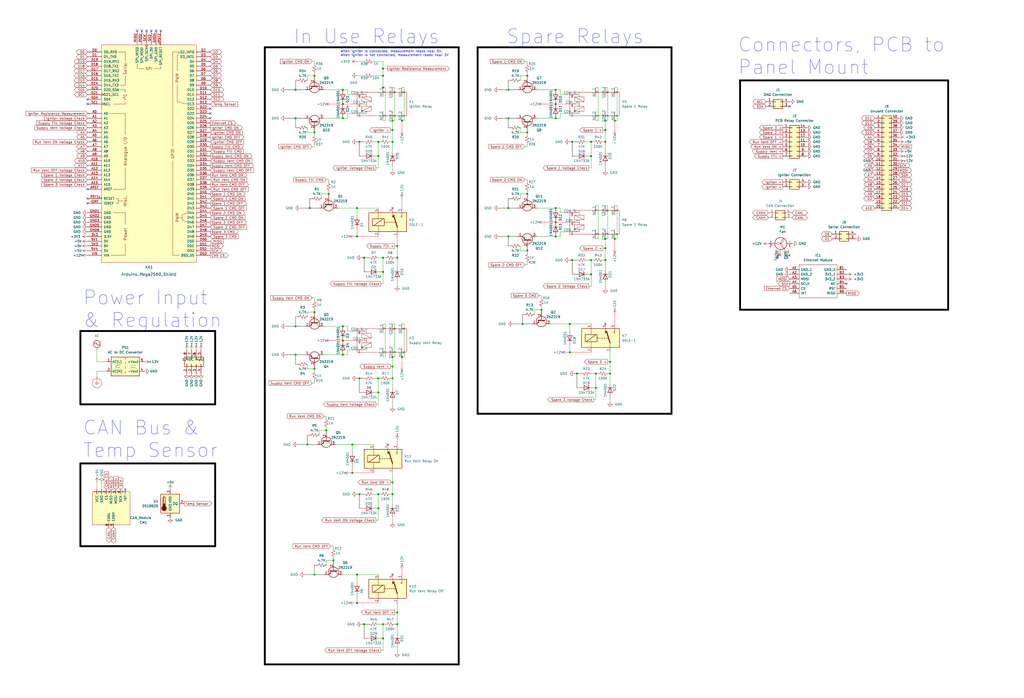
<source format=kicad_sch>
(kicad_sch (version 20211123) (generator eeschema)

  (uuid 1363abc9-a14f-4fba-8d73-4dda4c1878ba)

  (paper "User" 550.012 375.006)

  (title_block
    (title "Actuator Box")
    (date "2022-11-05")
  )

  

  (junction (at 280.67 173.99) (diameter 0) (color 0 0 0 0)
    (uuid 01c6e015-a1fb-4e3c-b9de-89dd389f5bdf)
  )
  (junction (at 210.82 69.85) (diameter 0) (color 0 0 0 0)
    (uuid 04d098db-2aa2-4670-bb66-361eba4bf0ac)
  )
  (junction (at 325.12 76.2) (diameter 0) (color 0 0 0 0)
    (uuid 07fd409a-eee3-47b4-9829-b8b36cb96c07)
  )
  (junction (at 191.77 323.85) (diameter 0) (color 0 0 0 0)
    (uuid 0b83d75b-d830-464e-9b13-49b031a4d953)
  )
  (junction (at 168.91 167.64) (diameter 0) (color 0 0 0 0)
    (uuid 0f4edbe5-04e4-4978-b3c1-f93e7eaee42e)
  )
  (junction (at 210.82 196.85) (diameter 0) (color 0 0 0 0)
    (uuid 104382de-32b7-464f-b4ba-7f71ded8a656)
  )
  (junction (at 327.66 200.66) (diameter 0) (color 0 0 0 0)
    (uuid 149ea1ef-31de-4f64-8361-d69861a4cd84)
  )
  (junction (at 306.07 173.99) (diameter 0) (color 0 0 0 0)
    (uuid 1c707360-b4ea-41dd-9451-14654800d12b)
  )
  (junction (at 205.74 36.83) (diameter 0) (color 0 0 0 0)
    (uuid 1f2206af-dfe2-437e-bc48-49a4f2a7efaf)
  )
  (junction (at 213.36 335.28) (diameter 0) (color 0 0 0 0)
    (uuid 2112bb62-8588-4009-8432-d0b7e9eadfce)
  )
  (junction (at 165.1 238.76) (diameter 0) (color 0 0 0 0)
    (uuid 233921a7-3ee0-41f1-9e71-e7c9acb3ae80)
  )
  (junction (at 325.12 139.7) (diameter 0) (color 0 0 0 0)
    (uuid 23c9e0b9-1544-45d5-b1e6-e3693bc6f6fa)
  )
  (junction (at 325.12 128.27) (diameter 0) (color 0 0 0 0)
    (uuid 23ec1998-15fc-4427-b443-cf0e4a50e977)
  )
  (junction (at 210.82 76.2) (diameter 0) (color 0 0 0 0)
    (uuid 24312d2f-7285-452e-8ff2-522cffb03d80)
  )
  (junction (at 205.74 46.99) (diameter 0) (color 0 0 0 0)
    (uuid 27762edb-9b95-4e32-ae99-da2fd233ad01)
  )
  (junction (at 195.58 335.28) (diameter 0) (color 0 0 0 0)
    (uuid 2975ef8d-c55c-4aeb-8a9e-861d1aaadd96)
  )
  (junction (at 298.45 63.5) (diameter 0) (color 0 0 0 0)
    (uuid 2b5b3bc1-98c7-4c4e-8a31-70102eb26e3a)
  )
  (junction (at 213.36 132.08) (diameter 0) (color 0 0 0 0)
    (uuid 3621350f-0fb7-4af4-9d5a-60bd8f94a947)
  )
  (junction (at 158.75 63.5) (diameter 0) (color 0 0 0 0)
    (uuid 372b5ba7-bbeb-434d-9b8c-9ec8213423b0)
  )
  (junction (at 283.21 71.12) (diameter 0) (color 0 0 0 0)
    (uuid 39bdf072-e528-401e-9ad8-cae5661a52c2)
  )
  (junction (at 283.21 134.62) (diameter 0) (color 0 0 0 0)
    (uuid 3b4a9e66-5e57-4385-8f71-7f72041e22ab)
  )
  (junction (at 203.2 83.82) (diameter 0) (color 0 0 0 0)
    (uuid 3e1285be-65b3-44c2-beb3-bcf0172f52d6)
  )
  (junction (at 205.74 342.9) (diameter 0) (color 0 0 0 0)
    (uuid 3ff7390a-d852-4d52-8aa8-4dede76dce03)
  )
  (junction (at 158.75 190.5) (diameter 0) (color 0 0 0 0)
    (uuid 400d785b-8036-4a51-afe3-b706d85f526f)
  )
  (junction (at 210.82 259.08) (diameter 0) (color 0 0 0 0)
    (uuid 4035896f-7285-4ff1-aac3-983d84111c0a)
  )
  (junction (at 298.45 111.76) (diameter 0) (color 0 0 0 0)
    (uuid 4049e157-3e24-4687-b461-b89e623ba756)
  )
  (junction (at 184.15 48.26) (diameter 0) (color 0 0 0 0)
    (uuid 439b6dbe-cff1-4377-9cd4-200636ae51ef)
  )
  (junction (at 325.12 64.77) (diameter 0) (color 0 0 0 0)
    (uuid 441c8113-dd2c-43f5-8d91-8521149cde41)
  )
  (junction (at 175.26 231.14) (diameter 0) (color 0 0 0 0)
    (uuid 45bfc904-ab99-4a2d-9d66-abe5c54585da)
  )
  (junction (at 210.82 191.77) (diameter 0) (color 0 0 0 0)
    (uuid 46ac3435-0e20-4be4-b25e-30363c1ea864)
  )
  (junction (at 189.23 254) (diameter 0) (color 0 0 0 0)
    (uuid 48fd37f0-125d-4206-8807-1781a055e698)
  )
  (junction (at 195.58 138.43) (diameter 0) (color 0 0 0 0)
    (uuid 51117a80-81dc-420f-a154-18f8a52a99aa)
  )
  (junction (at 184.15 175.26) (diameter 0) (color 0 0 0 0)
    (uuid 57e6e7fc-f862-432b-9b38-0cd369b5f2d5)
  )
  (junction (at 330.2 128.27) (diameter 0) (color 0 0 0 0)
    (uuid 58e62b2d-9e92-492e-b598-a4ebfae52c1a)
  )
  (junction (at 193.04 265.43) (diameter 0) (color 0 0 0 0)
    (uuid 58fca1eb-5039-420c-a61a-4e2486374b72)
  )
  (junction (at 213.36 328.93) (diameter 0) (color 0 0 0 0)
    (uuid 5a0e8f76-3da9-4aae-af04-12956d264121)
  )
  (junction (at 184.15 190.5) (diameter 0) (color 0 0 0 0)
    (uuid 5c918823-746b-45fe-9a48-062b7b14c811)
  )
  (junction (at 298.45 48.26) (diameter 0) (color 0 0 0 0)
    (uuid 5e1e2df6-8f13-43fa-ad69-1a9c8ef11a92)
  )
  (junction (at 273.05 48.26) (diameter 0) (color 0 0 0 0)
    (uuid 635061f0-0127-49d2-ad4e-811d88264dc6)
  )
  (junction (at 191.77 308.61) (diameter 0) (color 0 0 0 0)
    (uuid 6635b326-aa25-43b2-9ab8-ef4759ee7fb8)
  )
  (junction (at 317.5 139.7) (diameter 0) (color 0 0 0 0)
    (uuid 66b6caf7-9d0c-4468-8e76-173ff1a52eb2)
  )
  (junction (at 320.04 208.28) (diameter 0) (color 0 0 0 0)
    (uuid 6a0377a1-5201-404d-b828-695ebf8d9d46)
  )
  (junction (at 191.77 111.76) (diameter 0) (color 0 0 0 0)
    (uuid 6a30d2d6-fc32-48d2-a56f-0b99d843096b)
  )
  (junction (at 325.12 133.35) (diameter 0) (color 0 0 0 0)
    (uuid 6a4714df-7a91-48a3-a56d-3ff41490fc98)
  )
  (junction (at 330.2 64.77) (diameter 0) (color 0 0 0 0)
    (uuid 6b07610b-74e4-442b-aa14-d1beba926e80)
  )
  (junction (at 203.2 265.43) (diameter 0) (color 0 0 0 0)
    (uuid 6ee5e55e-8f0f-410e-a893-68c024a3df0f)
  )
  (junction (at 166.37 111.76) (diameter 0) (color 0 0 0 0)
    (uuid 6f27d823-8fbc-40bb-b1df-80728a6a3ed4)
  )
  (junction (at 168.91 308.61) (diameter 0) (color 0 0 0 0)
    (uuid 6fa6ec6e-de17-40ea-911c-b6a372f46dc2)
  )
  (junction (at 273.05 127) (diameter 0) (color 0 0 0 0)
    (uuid 712dbdb0-fb75-401a-bbd1-8901f64139f5)
  )
  (junction (at 168.91 71.12) (diameter 0) (color 0 0 0 0)
    (uuid 7678e87e-3f60-4ecd-a74b-caaed8d62649)
  )
  (junction (at 327.66 194.31) (diameter 0) (color 0 0 0 0)
    (uuid 7da1c960-8ccc-484e-b283-f6a63d6c483f)
  )
  (junction (at 215.9 191.77) (diameter 0) (color 0 0 0 0)
    (uuid 7da4c64a-ac8c-429e-9b22-d6336b686a0e)
  )
  (junction (at 320.04 200.66) (diameter 0) (color 0 0 0 0)
    (uuid 7ffa4009-a88f-497f-92d8-f0ea118f7b4a)
  )
  (junction (at 307.34 139.7) (diameter 0) (color 0 0 0 0)
    (uuid 81c3d4a5-3331-43bb-89af-c50bea9f9a8f)
  )
  (junction (at 205.74 146.05) (diameter 0) (color 0 0 0 0)
    (uuid 830187c4-ab65-45c5-8766-78911455b63a)
  )
  (junction (at 191.77 127) (diameter 0) (color 0 0 0 0)
    (uuid 8600869d-4ced-4053-9f6a-27d5e5953ed2)
  )
  (junction (at 283.21 104.14) (diameter 0) (color 0 0 0 0)
    (uuid 89cab556-a457-4778-81ab-03fa2fbc2000)
  )
  (junction (at 205.74 40.64) (diameter 0) (color 0 0 0 0)
    (uuid 8a894832-7c77-4e34-aac4-853dc8acbcf4)
  )
  (junction (at 193.04 203.2) (diameter 0) (color 0 0 0 0)
    (uuid 8c2d1883-ddaf-4899-b5af-9d7c40d96d5d)
  )
  (junction (at 189.23 238.76) (diameter 0) (color 0 0 0 0)
    (uuid 9188ccb7-4925-4db9-bd77-0d335e5dcc7a)
  )
  (junction (at 205.74 138.43) (diameter 0) (color 0 0 0 0)
    (uuid 91a7c6bc-8a47-4e6b-bb57-fded940b6795)
  )
  (junction (at 325.12 69.85) (diameter 0) (color 0 0 0 0)
    (uuid 91dc14cc-2f09-4144-96ff-65e50b3de50b)
  )
  (junction (at 273.05 63.5) (diameter 0) (color 0 0 0 0)
    (uuid 92a02586-9157-4e90-b856-2d54f47df74e)
  )
  (junction (at 176.53 104.14) (diameter 0) (color 0 0 0 0)
    (uuid 94498971-3c5a-4e4a-9521-0386b4e1393f)
  )
  (junction (at 203.2 210.82) (diameter 0) (color 0 0 0 0)
    (uuid 9af183f9-0aa9-4c87-a8ae-d8e590711548)
  )
  (junction (at 203.2 203.2) (diameter 0) (color 0 0 0 0)
    (uuid 9b131a4b-0fe0-4f3e-a642-6e543061a5ac)
  )
  (junction (at 309.88 200.66) (diameter 0) (color 0 0 0 0)
    (uuid a197f029-1982-45a3-8a8b-5c83f2f680d9)
  )
  (junction (at 168.91 198.12) (diameter 0) (color 0 0 0 0)
    (uuid a48eec26-f994-45f9-a622-74e934ce7e0e)
  )
  (junction (at 298.45 119.38) (diameter 0) (color 0 0 0 0)
    (uuid aa7a32ec-6d51-4c95-8ba0-8fa98d8eb588)
  )
  (junction (at 205.74 335.28) (diameter 0) (color 0 0 0 0)
    (uuid ac7d39ee-0082-471e-b58c-89af873a2515)
  )
  (junction (at 203.2 273.05) (diameter 0) (color 0 0 0 0)
    (uuid b074fae2-5a8c-4539-85a7-42ff866f4493)
  )
  (junction (at 298.45 127) (diameter 0) (color 0 0 0 0)
    (uuid b8bef63d-958e-4961-8126-5b546ab5e07d)
  )
  (junction (at 210.82 64.77) (diameter 0) (color 0 0 0 0)
    (uuid c0f6ad6a-6280-48b0-b681-b089fc8a08de)
  )
  (junction (at 317.5 83.82) (diameter 0) (color 0 0 0 0)
    (uuid c6d88e9d-188a-4b39-aef6-df8da1c03d05)
  )
  (junction (at 158.75 175.26) (diameter 0) (color 0 0 0 0)
    (uuid c7e1a795-ca9f-45f0-ab07-b0d3d0c040ae)
  )
  (junction (at 168.91 40.64) (diameter 0) (color 0 0 0 0)
    (uuid cb9ffbf8-1492-4604-858d-d610d40a1252)
  )
  (junction (at 215.9 64.77) (diameter 0) (color 0 0 0 0)
    (uuid cc1411d3-1fc4-45c6-a2f2-6cc7d658a03b)
  )
  (junction (at 184.15 55.88) (diameter 0) (color 0 0 0 0)
    (uuid cc7ce325-f7c9-40f0-b17f-926b5a2d6bed)
  )
  (junction (at 317.5 76.2) (diameter 0) (color 0 0 0 0)
    (uuid d3c75796-c981-41eb-baaa-ef7e8aafca55)
  )
  (junction (at 290.83 166.37) (diameter 0) (color 0 0 0 0)
    (uuid d7344d1e-8db8-4269-bd07-851ca9a80675)
  )
  (junction (at 213.36 138.43) (diameter 0) (color 0 0 0 0)
    (uuid d7c9c5ec-6e59-4bf7-858c-f5447a773895)
  )
  (junction (at 210.82 265.43) (diameter 0) (color 0 0 0 0)
    (uuid d9bcbd7a-4f63-4c9b-8c16-cca3c45fb0a6)
  )
  (junction (at 306.07 189.23) (diameter 0) (color 0 0 0 0)
    (uuid dc21db8a-26cb-4fe8-8831-d5d6cc93c1af)
  )
  (junction (at 283.21 40.64) (diameter 0) (color 0 0 0 0)
    (uuid dd79fb2b-8d72-4e3d-9d4f-b67f5d995247)
  )
  (junction (at 184.15 182.88) (diameter 0) (color 0 0 0 0)
    (uuid e2d3a32f-5570-4681-9479-10f6f6bfe50b)
  )
  (junction (at 158.75 48.26) (diameter 0) (color 0 0 0 0)
    (uuid e32efb93-9762-4363-b3e6-3eba4b5677ae)
  )
  (junction (at 184.15 63.5) (diameter 0) (color 0 0 0 0)
    (uuid ea6713fb-5fe1-49f9-ad2d-1e221153386d)
  )
  (junction (at 298.45 55.88) (diameter 0) (color 0 0 0 0)
    (uuid f045d002-4ae8-4897-a1aa-d3dc1acf2067)
  )
  (junction (at 273.05 111.76) (diameter 0) (color 0 0 0 0)
    (uuid f0a071c3-1256-40a1-b8b3-9c22de3915a4)
  )
  (junction (at 193.04 76.2) (diameter 0) (color 0 0 0 0)
    (uuid f1e2e283-b6ed-4422-959a-2294857f8272)
  )
  (junction (at 210.82 203.2) (diameter 0) (color 0 0 0 0)
    (uuid f4cf2805-164d-438b-a726-e21e9746a7b8)
  )
  (junction (at 307.34 76.2) (diameter 0) (color 0 0 0 0)
    (uuid f7603ab0-ec82-4ca7-95ea-be5edec4abd4)
  )
  (junction (at 179.07 300.99) (diameter 0) (color 0 0 0 0)
    (uuid f8d5059d-5f70-4eb6-86ba-7c180fd3cae9)
  )
  (junction (at 203.2 76.2) (diameter 0) (color 0 0 0 0)
    (uuid f9dfbcbd-629c-46e2-98db-fae9e3a1b2b9)
  )
  (junction (at 317.5 147.32) (diameter 0) (color 0 0 0 0)
    (uuid ff75b962-2921-4808-9ac0-9e405feb1c6d)
  )

  (no_connect (at 46.99 101.6) (uuid 07c5e4d4-4b2c-440a-ab8c-8912bda6fe92))
  (no_connect (at 67.31 262.89) (uuid 15dc94f9-84c3-4b33-b912-a7ce2f7275c8))
  (no_connect (at 325.12 173.99) (uuid 21ca4689-19a2-4e20-b351-59dcabedfd0c))
  (no_connect (at 422.91 138.43) (uuid 311d3765-9e58-48c1-8457-e0878ed66887))
  (no_connect (at 208.28 238.76) (uuid 3616f568-89ea-4419-985e-64f19ca05742))
  (no_connect (at 113.03 63.5) (uuid 4b9815b4-ecfc-486c-b749-be0942345d2e))
  (no_connect (at 113.03 60.96) (uuid 51228096-9042-4a3e-ba66-2dfce1d62b00))
  (no_connect (at 210.82 308.61) (uuid 6b59e8ed-8d31-450b-91ad-fce99a6309fd))
  (no_connect (at 46.99 55.88) (uuid 78ecfd1f-6115-4f2a-b5fa-088bbc4dd365))
  (no_connect (at 78.74 16.51) (uuid 86c26d9e-89e9-4c95-a256-db9519a64f34))
  (no_connect (at 83.82 16.51) (uuid 89af9068-cc83-44b7-a5c8-ccba7d83aba2))
  (no_connect (at 210.82 111.76) (uuid 8f97abb0-5aff-48e8-af5b-2ba05b0bdf95))
  (no_connect (at 46.99 106.68) (uuid a1cc2013-19c2-4256-a553-21d8f8d7d25b))
  (no_connect (at 76.2 16.51) (uuid bac8de62-b42f-49ad-827a-dba7a87ddb66))
  (no_connect (at 417.83 138.43) (uuid bedef7c3-e761-436b-ad42-d42b5d97bdee))
  (no_connect (at 73.66 16.51) (uuid c426470f-32ac-4d94-a966-7b4b18070aa8))
  (no_connect (at 86.36 16.51) (uuid d01d6aa4-e8ac-4258-a992-7a324ec90a15))
  (no_connect (at 81.28 16.51) (uuid d39e8a13-a7a4-46f5-b1ee-12d8b4e5e914))
  (no_connect (at 113.03 58.42) (uuid d5172711-3e8b-4be3-b3af-e056213d2b42))
  (no_connect (at 424.18 57.15) (uuid ea884085-a747-4726-bb63-ad7c709236ba))
  (no_connect (at 46.99 109.22) (uuid ec3594e9-0415-4ede-8d2e-ab28d814e0b3))
  (no_connect (at 46.99 53.34) (uuid f5644c4f-d4be-420b-affc-4a216bab76d7))

  (wire (pts (xy 321.31 64.77) (xy 321.31 46.99))
    (stroke (width 0) (type default) (color 0 0 0 0))
    (uuid 0001e0ad-056e-4e21-b3cd-b069c317e4eb)
  )
  (wire (pts (xy 298.45 48.26) (xy 300.99 48.26))
    (stroke (width 0) (type default) (color 0 0 0 0))
    (uuid 003c43d8-887e-44b0-bf2c-3a5cc09f5368)
  )
  (wire (pts (xy 191.77 33.02) (xy 195.58 33.02))
    (stroke (width 0) (type default) (color 0 0 0 0))
    (uuid 003ee8f0-170f-4075-8184-6d570bcac778)
  )
  (wire (pts (xy 298.45 111.76) (xy 300.99 111.76))
    (stroke (width 0) (type default) (color 0 0 0 0))
    (uuid 008fe6df-1b70-4cdc-b31f-bdd8e66e6ee0)
  )
  (wire (pts (xy 300.99 50.8) (xy 300.99 48.26))
    (stroke (width 0) (type default) (color 0 0 0 0))
    (uuid 00e090d0-9c42-42f8-aff2-c9531303409c)
  )
  (wire (pts (xy 280.67 173.99) (xy 285.75 173.99))
    (stroke (width 0) (type default) (color 0 0 0 1))
    (uuid 0144a976-cb2d-4bce-96fc-33666e992b58)
  )
  (wire (pts (xy 321.31 46.99) (xy 320.04 46.99))
    (stroke (width 0) (type default) (color 0 0 0 0))
    (uuid 04958d3c-123c-47ad-8354-5badb20cbab2)
  )
  (wire (pts (xy 325.12 69.85) (xy 325.12 64.77))
    (stroke (width 0) (type default) (color 0 0 0 0))
    (uuid 04efaca6-fa0a-431e-90d4-364fbe90aa38)
  )
  (wire (pts (xy 153.67 48.26) (xy 158.75 48.26))
    (stroke (width 0) (type default) (color 0 0 0 1))
    (uuid 055ac271-c63c-4706-8b0f-9dbdfc8a00c6)
  )
  (wire (pts (xy 300.99 114.3) (xy 300.99 111.76))
    (stroke (width 0) (type default) (color 0 0 0 0))
    (uuid 05892d7f-093d-4c35-9de9-c05ced9c75cd)
  )
  (wire (pts (xy 205.74 36.83) (xy 205.74 40.64))
    (stroke (width 0) (type default) (color 0 0 0 0))
    (uuid 059561e6-6b31-4660-9558-2b1e647acf19)
  )
  (polyline (pts (xy 360.68 25.4) (xy 360.68 222.25))
    (stroke (width 1) (type solid) (color 0 0 0 1))
    (uuid 05d87efa-4fc3-4cf7-86c5-0bef8bc9c833)
  )

  (wire (pts (xy 193.04 76.2) (xy 195.58 76.2))
    (stroke (width 0) (type default) (color 0 0 0 1))
    (uuid 074b01dd-3a28-4550-964a-3fb7759a0fb9)
  )
  (wire (pts (xy 267.97 127) (xy 273.05 127))
    (stroke (width 0) (type default) (color 0 0 0 1))
    (uuid 083d908e-6ec8-4304-a1ac-abd640252492)
  )
  (wire (pts (xy 168.91 303.53) (xy 170.18 303.53))
    (stroke (width 0) (type default) (color 0 0 0 1))
    (uuid 09a4c276-658a-4d95-8bc3-5b048f9a9ba0)
  )
  (wire (pts (xy 172.72 104.14) (xy 176.53 104.14))
    (stroke (width 0) (type default) (color 0 0 0 0))
    (uuid 0a46a0e3-c1e8-4241-b94d-fab1a497d3ef)
  )
  (wire (pts (xy 209.55 259.08) (xy 210.82 259.08))
    (stroke (width 0) (type default) (color 0 0 0 0))
    (uuid 0b04868d-e331-41e6-8480-9e49f1ed0377)
  )
  (wire (pts (xy 283.21 142.24) (xy 283.21 140.97))
    (stroke (width 0) (type default) (color 0 0 0 0))
    (uuid 0beeb5bb-c87c-41d4-b980-400ee453fab4)
  )
  (wire (pts (xy 298.45 63.5) (xy 300.99 63.5))
    (stroke (width 0) (type default) (color 0 0 0 0))
    (uuid 0c056e49-6415-4506-894d-2b487d341c11)
  )
  (wire (pts (xy 203.2 210.82) (xy 203.2 217.17))
    (stroke (width 0) (type default) (color 0 0 0 0))
    (uuid 0c71e3b3-52c1-4827-814e-69743ce41549)
  )
  (polyline (pts (xy 142.24 356.87) (xy 246.38 356.87))
    (stroke (width 1) (type solid) (color 0 0 0 1))
    (uuid 0dfb0810-1c36-47f3-b539-7a1d3fdb7946)
  )

  (wire (pts (xy 191.77 111.76) (xy 203.2 111.76))
    (stroke (width 0) (type default) (color 0 0 0 0))
    (uuid 0ecb2625-ee71-431b-9ed6-747fd1bacde1)
  )
  (wire (pts (xy 290.83 165.1) (xy 290.83 166.37))
    (stroke (width 0) (type default) (color 0 0 0 0))
    (uuid 0f200270-bda1-461e-bff6-97b8819b3f60)
  )
  (wire (pts (xy 57.15 199.39) (xy 52.07 199.39))
    (stroke (width 0) (type default) (color 0 0 0 0))
    (uuid 0f358a87-330c-46bf-bd19-bbb641e56132)
  )
  (wire (pts (xy 195.58 335.28) (xy 198.12 335.28))
    (stroke (width 0) (type default) (color 0 0 0 1))
    (uuid 0f397c15-c59f-40ef-bb47-bb3355be7c1f)
  )
  (wire (pts (xy 323.85 76.2) (xy 325.12 76.2))
    (stroke (width 0) (type default) (color 0 0 0 0))
    (uuid 0fdaa9fd-ade3-4b0e-9ad6-2efb9d59e63c)
  )
  (wire (pts (xy 279.4 40.64) (xy 283.21 40.64))
    (stroke (width 0) (type default) (color 0 0 0 0))
    (uuid 10698a99-1b49-47c0-9ab5-527a5660d993)
  )
  (wire (pts (xy 288.29 111.76) (xy 298.45 111.76))
    (stroke (width 0) (type default) (color 0 0 0 0))
    (uuid 120a78a3-40f8-4618-9810-dc354e3ce51d)
  )
  (wire (pts (xy 173.99 48.26) (xy 184.15 48.26))
    (stroke (width 0) (type default) (color 0 0 0 0))
    (uuid 122526bc-81ef-4df7-a2ce-c885eed62f56)
  )
  (wire (pts (xy 193.04 83.82) (xy 194.31 83.82))
    (stroke (width 0) (type default) (color 0 0 0 1))
    (uuid 123b3271-db2b-4ed4-a706-c594009996e5)
  )
  (wire (pts (xy 205.74 152.4) (xy 204.47 152.4))
    (stroke (width 0) (type default) (color 0 0 0 0))
    (uuid 12afac05-0d94-4ccf-b35e-3eaf6655524f)
  )
  (wire (pts (xy 195.58 146.05) (xy 196.85 146.05))
    (stroke (width 0) (type default) (color 0 0 0 1))
    (uuid 12b57672-2301-4416-9d6f-ab6d2af4c610)
  )
  (wire (pts (xy 213.36 138.43) (xy 213.36 143.51))
    (stroke (width 0) (type default) (color 0 0 0 0))
    (uuid 1446b2c7-108c-49b8-bcf0-d8dd3447e5fc)
  )
  (wire (pts (xy 208.28 36.83) (xy 205.74 36.83))
    (stroke (width 0) (type default) (color 0 0 0 0))
    (uuid 1573536c-101d-4796-8947-ef7ea39f7abe)
  )
  (wire (pts (xy 189.23 238.76) (xy 200.66 238.76))
    (stroke (width 0) (type default) (color 0 0 0 0))
    (uuid 15a8a3f6-c95f-4552-b63b-3186b815f472)
  )
  (wire (pts (xy 326.39 128.27) (xy 326.39 110.49))
    (stroke (width 0) (type default) (color 0 0 0 0))
    (uuid 1791899e-cfff-44c0-b934-4bcf12d77d67)
  )
  (wire (pts (xy 210.82 278.13) (xy 210.82 280.67))
    (stroke (width 0) (type default) (color 0 0 0 0))
    (uuid 17f773e0-cf4a-483f-afa2-acff14aedd5c)
  )
  (wire (pts (xy 193.04 265.43) (xy 193.04 273.05))
    (stroke (width 0) (type default) (color 0 0 0 1))
    (uuid 183b03c4-17c6-4dc6-acd8-a8291bcbc1b0)
  )
  (wire (pts (xy 177.8 182.88) (xy 184.15 182.88))
    (stroke (width 0) (type default) (color 255 0 0 1))
    (uuid 18c68afa-f971-4da7-a2c0-982d8ae3861f)
  )
  (wire (pts (xy 318.77 208.28) (xy 320.04 208.28))
    (stroke (width 0) (type default) (color 0 0 0 0))
    (uuid 18eb2b95-c32e-4359-90e2-efcc5084f3d8)
  )
  (wire (pts (xy 325.12 139.7) (xy 325.12 133.35))
    (stroke (width 0) (type default) (color 0 0 0 0))
    (uuid 19b01dce-b136-4ebf-947b-3221ec4a13ed)
  )
  (wire (pts (xy 175.26 96.52) (xy 176.53 96.52))
    (stroke (width 0) (type default) (color 0 0 0 0))
    (uuid 1adb765d-51bb-4c54-a057-75f581dbde72)
  )
  (wire (pts (xy 153.67 190.5) (xy 158.75 190.5))
    (stroke (width 0) (type default) (color 0 0 0 1))
    (uuid 1b13cfbc-286f-4c06-bd5f-cbd1ac3a403d)
  )
  (wire (pts (xy 306.07 173.99) (xy 317.5 173.99))
    (stroke (width 0) (type default) (color 0 0 0 0))
    (uuid 1b8fc7d1-15dd-4321-9004-61da3661738a)
  )
  (wire (pts (xy 184.15 63.5) (xy 186.69 63.5))
    (stroke (width 0) (type default) (color 0 0 0 0))
    (uuid 1e09a7e1-af1f-4f45-91c7-232b1b06ee85)
  )
  (polyline (pts (xy 397.51 43.18) (xy 397.51 166.37))
    (stroke (width 1) (type solid) (color 0 0 0 1))
    (uuid 1e8950ca-309a-4fa2-8e48-5cfb21a37a13)
  )

  (wire (pts (xy 330.2 64.77) (xy 331.47 64.77))
    (stroke (width 0) (type default) (color 0 0 0 0))
    (uuid 1f6da509-d257-4efc-98e2-841d2de547f6)
  )
  (wire (pts (xy 331.47 46.99) (xy 330.2 46.99))
    (stroke (width 0) (type default) (color 0 0 0 0))
    (uuid 1f98d066-82da-4a49-af87-d47a8826bfe1)
  )
  (wire (pts (xy 292.1 55.88) (xy 298.45 55.88))
    (stroke (width 0) (type default) (color 255 0 0 1))
    (uuid 1fa1b217-5f7d-443f-832c-89e1c389bf98)
  )
  (wire (pts (xy 280.67 168.91) (xy 281.94 168.91))
    (stroke (width 0) (type default) (color 0 0 0 1))
    (uuid 1faa06fc-f84e-48fc-8ba9-2fa0a9e68956)
  )
  (wire (pts (xy 167.64 205.74) (xy 168.91 205.74))
    (stroke (width 0) (type default) (color 0 0 0 0))
    (uuid 204e4a8e-7966-432a-96d1-65398b3f10e5)
  )
  (wire (pts (xy 317.5 200.66) (xy 320.04 200.66))
    (stroke (width 0) (type default) (color 0 0 0 0))
    (uuid 213bea30-0671-4db7-89f5-7fdcef35950a)
  )
  (wire (pts (xy 273.05 106.68) (xy 273.05 111.76))
    (stroke (width 0) (type default) (color 0 0 0 1))
    (uuid 217ca5e5-5474-4aa4-b938-838123155bf1)
  )
  (wire (pts (xy 210.82 259.08) (xy 210.82 254))
    (stroke (width 0) (type default) (color 0 0 0 0))
    (uuid 21b05016-d459-4e9b-a77f-bf25a5abee8e)
  )
  (wire (pts (xy 331.47 110.49) (xy 330.2 110.49))
    (stroke (width 0) (type default) (color 0 0 0 0))
    (uuid 21c5a915-3c1b-4a6b-8ed6-6081c6c9af63)
  )
  (wire (pts (xy 210.82 196.85) (xy 210.82 191.77))
    (stroke (width 0) (type default) (color 0 0 0 0))
    (uuid 21fa0435-7903-4c3f-a4cb-a14cc4238783)
  )
  (wire (pts (xy 200.66 76.2) (xy 203.2 76.2))
    (stroke (width 0) (type default) (color 0 0 0 0))
    (uuid 223f5dbb-909b-418f-b3e3-b8f61c304286)
  )
  (wire (pts (xy 327.66 200.66) (xy 327.66 194.31))
    (stroke (width 0) (type default) (color 0 0 0 0))
    (uuid 22c12136-b889-4206-ad1c-5d242202faeb)
  )
  (wire (pts (xy 175.26 223.52) (xy 175.26 224.79))
    (stroke (width 0) (type default) (color 0 0 0 0))
    (uuid 233604dc-95d2-4d2e-a9d5-062249cf16b0)
  )
  (wire (pts (xy 166.37 111.76) (xy 171.45 111.76))
    (stroke (width 0) (type default) (color 0 0 0 1))
    (uuid 236d3a3c-8e9d-4109-8011-fa27a9003b71)
  )
  (wire (pts (xy 212.09 191.77) (xy 212.09 173.99))
    (stroke (width 0) (type default) (color 0 0 0 0))
    (uuid 23a4c7a5-25e8-4335-b8a6-c96344859956)
  )
  (wire (pts (xy 205.74 138.43) (xy 205.74 146.05))
    (stroke (width 0) (type default) (color 0 0 0 0))
    (uuid 258fb95a-f513-4eff-820b-80cf93cd63c2)
  )
  (wire (pts (xy 207.01 46.99) (xy 205.74 46.99))
    (stroke (width 0) (type default) (color 0 0 0 0))
    (uuid 268e1d94-bfb9-44ee-bb3f-312fe11d119a)
  )
  (wire (pts (xy 165.1 167.64) (xy 165.1 170.18))
    (stroke (width 0) (type default) (color 0 0 0 0))
    (uuid 26f044db-7128-4a71-8807-e520fd848397)
  )
  (wire (pts (xy 212.09 46.99) (xy 210.82 46.99))
    (stroke (width 0) (type default) (color 0 0 0 0))
    (uuid 2921b864-fa02-4e43-b0bb-66eb7ab659c6)
  )
  (wire (pts (xy 165.1 71.12) (xy 165.1 68.58))
    (stroke (width 0) (type default) (color 0 0 0 0))
    (uuid 29344fd2-2efc-4cdf-9edd-54950f242867)
  )
  (wire (pts (xy 213.36 138.43) (xy 213.36 132.08))
    (stroke (width 0) (type default) (color 0 0 0 0))
    (uuid 29c5d286-57a5-432b-a726-8041ba88392d)
  )
  (wire (pts (xy 195.58 335.28) (xy 195.58 342.9))
    (stroke (width 0) (type default) (color 0 0 0 1))
    (uuid 2b7fed39-9169-463b-bdcc-ef0fbc80c2c3)
  )
  (wire (pts (xy 303.53 114.3) (xy 300.99 114.3))
    (stroke (width 0) (type default) (color 0 0 0 0))
    (uuid 2c1388c2-d11a-4e19-9348-ce1df1cdf22b)
  )
  (wire (pts (xy 184.15 190.5) (xy 186.69 190.5))
    (stroke (width 0) (type default) (color 0 0 0 0))
    (uuid 2c8f62f5-ca69-492a-a245-a4345ed266fc)
  )
  (wire (pts (xy 165.1 198.12) (xy 168.91 198.12))
    (stroke (width 0) (type default) (color 0 0 0 0))
    (uuid 2d175f36-9d98-4d7e-a630-722a5ffd23e5)
  )
  (wire (pts (xy 209.55 76.2) (xy 210.82 76.2))
    (stroke (width 0) (type default) (color 0 0 0 0))
    (uuid 2d88e11d-fff9-43d7-b8dd-f2f64889352e)
  )
  (wire (pts (xy 203.2 90.17) (xy 201.93 90.17))
    (stroke (width 0) (type default) (color 0 0 0 0))
    (uuid 2df79cf2-91f0-4db7-99df-7463e8940073)
  )
  (wire (pts (xy 207.01 335.28) (xy 205.74 335.28))
    (stroke (width 0) (type default) (color 0 0 0 0))
    (uuid 2e93a3f8-f68b-4610-9225-95562252d388)
  )
  (wire (pts (xy 306.07 76.2) (xy 307.34 76.2))
    (stroke (width 0) (type default) (color 0 0 0 1))
    (uuid 2f00a8d7-b952-4798-9fe3-0e10ac824dda)
  )
  (wire (pts (xy 189.23 60.96) (xy 186.69 60.96))
    (stroke (width 0) (type default) (color 0 0 0 0))
    (uuid 3023915d-abb9-467e-beb8-41163f23f5f3)
  )
  (wire (pts (xy 273.05 132.08) (xy 274.32 132.08))
    (stroke (width 0) (type default) (color 0 0 0 1))
    (uuid 30a89b48-f90d-49fc-8e50-1909f32ffc69)
  )
  (wire (pts (xy 191.77 111.76) (xy 191.77 115.57))
    (stroke (width 0) (type default) (color 0 0 0 0))
    (uuid 316adfef-1cf0-46a5-acfa-44b60d40964c)
  )
  (wire (pts (xy 314.96 139.7) (xy 317.5 139.7))
    (stroke (width 0) (type default) (color 0 0 0 0))
    (uuid 318c0aa3-d8bd-447d-8edf-a2a254e1b910)
  )
  (wire (pts (xy 325.12 152.4) (xy 325.12 154.94))
    (stroke (width 0) (type default) (color 0 0 0 0))
    (uuid 31aa9391-5175-48a7-a86b-61d0f4b49a5d)
  )
  (wire (pts (xy 168.91 308.61) (xy 173.99 308.61))
    (stroke (width 0) (type default) (color 0 0 0 1))
    (uuid 325f456a-b262-46a7-a892-d9e92e85402e)
  )
  (wire (pts (xy 52.07 199.39) (xy 52.07 201.93))
    (stroke (width 0) (type default) (color 0 0 0 0))
    (uuid 32735cb3-7d13-4ead-9d72-1dd461c0f033)
  )
  (wire (pts (xy 215.9 111.76) (xy 215.9 106.68))
    (stroke (width 0) (type default) (color 255 0 0 1))
    (uuid 33c25a30-6c48-4f85-b9b7-36d250d6428d)
  )
  (wire (pts (xy 303.53 124.46) (xy 300.99 124.46))
    (stroke (width 0) (type default) (color 0 0 0 0))
    (uuid 33d5faaa-d15a-4de0-abb1-54e79fce768e)
  )
  (wire (pts (xy 184.15 55.88) (xy 189.23 55.88))
    (stroke (width 0) (type default) (color 255 0 0 1))
    (uuid 350d8dbc-7a81-4b99-9e5c-9b477b481073)
  )
  (wire (pts (xy 298.45 55.88) (xy 303.53 55.88))
    (stroke (width 0) (type default) (color 255 0 0 1))
    (uuid 35782364-fc09-42e8-a03a-75ff9dc4f810)
  )
  (wire (pts (xy 163.83 308.61) (xy 168.91 308.61))
    (stroke (width 0) (type default) (color 0 0 0 1))
    (uuid 35eb0681-0887-4d29-800f-faaa3c3f1b74)
  )
  (wire (pts (xy 207.01 173.99) (xy 205.74 173.99))
    (stroke (width 0) (type default) (color 0 0 0 0))
    (uuid 3653ada9-9510-4da6-81e2-7e0302136844)
  )
  (wire (pts (xy 325.12 64.77) (xy 326.39 64.77))
    (stroke (width 0) (type default) (color 0 0 0 0))
    (uuid 36f255f5-03a9-4df4-9faf-74448867d070)
  )
  (wire (pts (xy 323.85 139.7) (xy 325.12 139.7))
    (stroke (width 0) (type default) (color 0 0 0 0))
    (uuid 384d76ae-e7e6-4230-8a3e-04c9dab7f604)
  )
  (wire (pts (xy 191.77 127) (xy 203.2 127))
    (stroke (width 0) (type default) (color 255 0 0 1))
    (uuid 3863685c-b70b-4c95-b9f7-266f81060295)
  )
  (wire (pts (xy 168.91 160.02) (xy 168.91 161.29))
    (stroke (width 0) (type default) (color 0 0 0 0))
    (uuid 38a59fe0-489f-468a-bcd8-0c07d21b42cc)
  )
  (wire (pts (xy 52.07 194.31) (xy 57.15 194.31))
    (stroke (width 0) (type default) (color 0 0 0 0))
    (uuid 3afad60b-655f-4dc1-a75a-e0e15979883b)
  )
  (polyline (pts (xy 397.51 166.37) (xy 509.27 166.37))
    (stroke (width 1) (type solid) (color 0 0 0 1))
    (uuid 3b25e80b-9493-4d2f-8ec7-3e3a36183c7e)
  )

  (wire (pts (xy 321.31 200.66) (xy 320.04 200.66))
    (stroke (width 0) (type default) (color 0 0 0 0))
    (uuid 3b2f1dc3-6362-422d-a43c-02a0c9447579)
  )
  (wire (pts (xy 193.04 265.43) (xy 195.58 265.43))
    (stroke (width 0) (type default) (color 0 0 0 1))
    (uuid 3d0cf92c-b9ff-40b2-97e5-b45a4ba25291)
  )
  (wire (pts (xy 213.36 238.76) (xy 213.36 236.22))
    (stroke (width 0) (type default) (color 255 0 0 1))
    (uuid 3dc08464-761f-431d-8045-269e90334080)
  )
  (wire (pts (xy 210.82 88.9) (xy 210.82 91.44))
    (stroke (width 0) (type default) (color 0 0 0 0))
    (uuid 3e37165e-8f95-4f63-944a-222a0fd0179b)
  )
  (wire (pts (xy 191.77 323.85) (xy 203.2 323.85))
    (stroke (width 0) (type default) (color 255 0 0 1))
    (uuid 3e60cdd2-f704-404e-9838-fc2adeed401d)
  )
  (wire (pts (xy 207.01 138.43) (xy 205.74 138.43))
    (stroke (width 0) (type default) (color 0 0 0 0))
    (uuid 3fd86edb-323a-47af-9461-7605a048fdcd)
  )
  (wire (pts (xy 158.75 190.5) (xy 163.83 190.5))
    (stroke (width 0) (type default) (color 0 0 0 1))
    (uuid 3fe9b1ac-4636-4a60-988c-05a3683f8d61)
  )
  (wire (pts (xy 210.82 69.85) (xy 210.82 64.77))
    (stroke (width 0) (type default) (color 0 0 0 0))
    (uuid 40611f43-3370-4aaf-b7eb-8e1c0a0f719a)
  )
  (wire (pts (xy 191.77 40.64) (xy 195.58 40.64))
    (stroke (width 0) (type default) (color 0 0 0 0))
    (uuid 40c08b83-9039-4564-a32d-717621aff5bb)
  )
  (wire (pts (xy 300.99 60.96) (xy 300.99 63.5))
    (stroke (width 0) (type default) (color 0 0 0 0))
    (uuid 40c3f1e3-020e-4c4a-b5dc-d1841a7cb52b)
  )
  (wire (pts (xy 168.91 78.74) (xy 168.91 77.47))
    (stroke (width 0) (type default) (color 0 0 0 0))
    (uuid 4174f6f0-f89c-40d2-82e9-0df771a9b6fe)
  )
  (polyline (pts (xy 115.57 248.92) (xy 115.57 293.37))
    (stroke (width 1) (type solid) (color 0 0 0 1))
    (uuid 4223457e-779b-42bd-b221-26bab770e138)
  )

  (wire (pts (xy 186.69 60.96) (xy 186.69 63.5))
    (stroke (width 0) (type default) (color 0 0 0 0))
    (uuid 42faab7e-1960-4a45-84da-e53b82bf7b80)
  )
  (wire (pts (xy 283.21 135.89) (xy 283.21 134.62))
    (stroke (width 0) (type default) (color 0 0 0 0))
    (uuid 43791681-f8af-4bb1-96ab-117e878b60ce)
  )
  (wire (pts (xy 167.64 33.02) (xy 168.91 33.02))
    (stroke (width 0) (type default) (color 0 0 0 0))
    (uuid 438c3470-f8a2-4304-826f-e6452a20fe93)
  )
  (wire (pts (xy 318.77 139.7) (xy 317.5 139.7))
    (stroke (width 0) (type default) (color 0 0 0 0))
    (uuid 43a9fc14-8886-4a01-bc37-fbfd8b281565)
  )
  (wire (pts (xy 166.37 106.68) (xy 166.37 111.76))
    (stroke (width 0) (type default) (color 0 0 0 1))
    (uuid 43dac1e2-24e4-42a8-b52f-436fc8e30066)
  )
  (wire (pts (xy 281.94 142.24) (xy 283.21 142.24))
    (stroke (width 0) (type default) (color 0 0 0 0))
    (uuid 43e41408-25f5-4f5e-ac62-c8f1ef900f4c)
  )
  (wire (pts (xy 191.77 308.61) (xy 203.2 308.61))
    (stroke (width 0) (type default) (color 0 0 0 0))
    (uuid 443edc36-f70f-46ee-ac5e-58e13e8b0c08)
  )
  (wire (pts (xy 210.82 64.77) (xy 212.09 64.77))
    (stroke (width 0) (type default) (color 0 0 0 0))
    (uuid 4458b0c5-5823-4a32-8c5b-2466c0129fda)
  )
  (wire (pts (xy 210.82 203.2) (xy 210.82 196.85))
    (stroke (width 0) (type default) (color 0 0 0 0))
    (uuid 44d85d88-4384-4bc8-900e-a6707fa98f1d)
  )
  (wire (pts (xy 325.12 76.2) (xy 325.12 81.28))
    (stroke (width 0) (type default) (color 0 0 0 0))
    (uuid 452e7e37-072b-41dc-a120-5816cc7109cd)
  )
  (wire (pts (xy 179.07 293.37) (xy 179.07 294.64))
    (stroke (width 0) (type default) (color 0 0 0 0))
    (uuid 45d4eaab-fa30-4bfe-95d9-12ebc2d5a99c)
  )
  (wire (pts (xy 325.12 88.9) (xy 325.12 91.44))
    (stroke (width 0) (type default) (color 0 0 0 0))
    (uuid 4612c6fa-c046-44c4-b510-a6445bc63854)
  )
  (wire (pts (xy 210.82 191.77) (xy 212.09 191.77))
    (stroke (width 0) (type default) (color 0 0 0 0))
    (uuid 4625192f-2c81-4c0d-92e2-c72ce4b8331b)
  )
  (wire (pts (xy 327.66 213.36) (xy 327.66 215.9))
    (stroke (width 0) (type default) (color 0 0 0 0))
    (uuid 4686ee01-c4c8-41fd-9951-2ecbd9ce924a)
  )
  (wire (pts (xy 327.66 194.31) (xy 327.66 189.23))
    (stroke (width 0) (type default) (color 0 0 0 0))
    (uuid 46bbc104-03f2-4ae9-8f30-3ba6f191d521)
  )
  (wire (pts (xy 316.23 153.67) (xy 317.5 153.67))
    (stroke (width 0) (type default) (color 0 0 0 0))
    (uuid 4746e91e-b524-487d-a708-ac80db78520d)
  )
  (wire (pts (xy 195.58 138.43) (xy 198.12 138.43))
    (stroke (width 0) (type default) (color 0 0 0 1))
    (uuid 47cafd26-62ee-41bc-b8e9-f54a1a549aec)
  )
  (wire (pts (xy 273.05 127) (xy 278.13 127))
    (stroke (width 0) (type default) (color 0 0 0 1))
    (uuid 47e1daf0-935b-4b86-a6f6-489928b5e4b7)
  )
  (wire (pts (xy 281.94 33.02) (xy 283.21 33.02))
    (stroke (width 0) (type default) (color 0 0 0 0))
    (uuid 48c0fa54-4d61-4c59-9664-4856987488a9)
  )
  (polyline (pts (xy 246.38 25.4) (xy 142.24 25.4))
    (stroke (width 1) (type solid) (color 0 0 0 1))
    (uuid 496827c2-483b-4c41-97dd-9143e3c57d25)
  )

  (wire (pts (xy 210.82 76.2) (xy 210.82 81.28))
    (stroke (width 0) (type default) (color 0 0 0 0))
    (uuid 49f9ab5a-0d2b-4db5-a926-075d3c9f18d2)
  )
  (wire (pts (xy 283.21 78.74) (xy 283.21 77.47))
    (stroke (width 0) (type default) (color 0 0 0 0))
    (uuid 4b4b8679-58f4-4690-bf53-4bdff352cbb2)
  )
  (wire (pts (xy 303.53 50.8) (xy 300.99 50.8))
    (stroke (width 0) (type default) (color 0 0 0 0))
    (uuid 4c98c93c-43e7-4725-859f-c12a6749c0db)
  )
  (wire (pts (xy 190.5 323.85) (xy 191.77 323.85))
    (stroke (width 0) (type default) (color 0 0 0 0))
    (uuid 4d664bff-aada-497f-a2af-77eb341c1a24)
  )
  (wire (pts (xy 215.9 191.77) (xy 215.9 196.85))
    (stroke (width 0) (type default) (color 255 0 0 1))
    (uuid 4f2f5dec-77e1-4129-b4c4-35d3e308a7aa)
  )
  (wire (pts (xy 171.45 231.14) (xy 171.45 233.68))
    (stroke (width 0) (type default) (color 0 0 0 0))
    (uuid 50f7fabf-6505-4b96-a70f-45e00a482bc4)
  )
  (wire (pts (xy 189.23 187.96) (xy 186.69 187.96))
    (stroke (width 0) (type default) (color 0 0 0 0))
    (uuid 5104fafb-6765-4448-8cd3-6401d4695232)
  )
  (wire (pts (xy 279.4 134.62) (xy 279.4 132.08))
    (stroke (width 0) (type default) (color 0 0 0 0))
    (uuid 5198face-cbab-4096-926e-7091bf5cee54)
  )
  (wire (pts (xy 158.75 68.58) (xy 158.75 63.5))
    (stroke (width 0) (type default) (color 0 0 0 1))
    (uuid 52e0906b-f521-455e-8b24-42b3c67f6c7e)
  )
  (wire (pts (xy 303.53 60.96) (xy 300.99 60.96))
    (stroke (width 0) (type default) (color 0 0 0 0))
    (uuid 530b6119-e693-4fbc-8c18-c9893c8478f8)
  )
  (wire (pts (xy 283.21 72.39) (xy 283.21 71.12))
    (stroke (width 0) (type default) (color 0 0 0 0))
    (uuid 534fbc42-8177-4e83-bf1a-f885fb3f2688)
  )
  (wire (pts (xy 207.01 191.77) (xy 207.01 173.99))
    (stroke (width 0) (type default) (color 0 0 0 0))
    (uuid 541d154b-9b78-4ac3-b222-27e0cafd11f8)
  )
  (wire (pts (xy 212.09 138.43) (xy 213.36 138.43))
    (stroke (width 0) (type default) (color 0 0 0 0))
    (uuid 54c88c63-04fd-46bb-ada7-1b88c791c1cb)
  )
  (wire (pts (xy 177.8 55.88) (xy 184.15 55.88))
    (stroke (width 0) (type default) (color 255 0 0 1))
    (uuid 554c235e-d7bc-428d-9446-6e68b08f5dd0)
  )
  (wire (pts (xy 165.1 198.12) (xy 165.1 195.58))
    (stroke (width 0) (type default) (color 0 0 0 0))
    (uuid 55ad6554-1ffe-4006-afb1-43df4612cf64)
  )
  (wire (pts (xy 298.45 119.38) (xy 303.53 119.38))
    (stroke (width 0) (type default) (color 255 0 0 1))
    (uuid 55cfad50-71ee-498e-8179-be05fa7cbe9c)
  )
  (wire (pts (xy 204.47 76.2) (xy 203.2 76.2))
    (stroke (width 0) (type default) (color 0 0 0 0))
    (uuid 55f5376e-75f9-47fc-b9d6-9d6bfe2f203b)
  )
  (wire (pts (xy 160.02 238.76) (xy 165.1 238.76))
    (stroke (width 0) (type default) (color 0 0 0 1))
    (uuid 55fa6fc5-069b-45d3-bbc7-3f46e531bf4b)
  )
  (wire (pts (xy 158.75 175.26) (xy 163.83 175.26))
    (stroke (width 0) (type default) (color 0 0 0 1))
    (uuid 56d2902f-fe16-448c-a821-51268bae07e6)
  )
  (wire (pts (xy 314.96 76.2) (xy 317.5 76.2))
    (stroke (width 0) (type default) (color 0 0 0 0))
    (uuid 573b59f1-2fd3-4170-a29f-e00654a62767)
  )
  (wire (pts (xy 307.34 76.2) (xy 307.34 83.82))
    (stroke (width 0) (type default) (color 0 0 0 1))
    (uuid 582eb770-ab82-4fb8-85d3-3d2a54cb746e)
  )
  (wire (pts (xy 283.21 96.52) (xy 283.21 97.79))
    (stroke (width 0) (type default) (color 0 0 0 0))
    (uuid 58e6fefa-8bb5-403c-9e0c-8e754be11fd4)
  )
  (wire (pts (xy 217.17 46.99) (xy 215.9 46.99))
    (stroke (width 0) (type default) (color 0 0 0 0))
    (uuid 590d9d10-577b-48d6-b73c-236079d0556e)
  )
  (wire (pts (xy 295.91 173.99) (xy 306.07 173.99))
    (stroke (width 0) (type default) (color 0 0 0 0))
    (uuid 59650782-51cc-4296-95fb-b96a5165385d)
  )
  (polyline (pts (xy 256.54 25.4) (xy 256.54 222.25))
    (stroke (width 1) (type solid) (color 0 0 0 1))
    (uuid 5a6c1a12-fbe7-4e28-b651-522e6ce7bcdc)
  )

  (wire (pts (xy 193.04 273.05) (xy 194.31 273.05))
    (stroke (width 0) (type default) (color 0 0 0 1))
    (uuid 5af9e8fb-460f-4d6a-923c-a28751053a2e)
  )
  (wire (pts (xy 307.34 83.82) (xy 308.61 83.82))
    (stroke (width 0) (type default) (color 0 0 0 1))
    (uuid 5db78713-509c-41e0-a6cb-11f75e4f3344)
  )
  (wire (pts (xy 273.05 48.26) (xy 278.13 48.26))
    (stroke (width 0) (type default) (color 0 0 0 1))
    (uuid 5e9ae155-9e10-4f9d-bb01-d17cef6e299a)
  )
  (wire (pts (xy 217.17 64.77) (xy 217.17 46.99))
    (stroke (width 0) (type default) (color 0 0 0 0))
    (uuid 5ee119d2-16aa-4fc0-a9b6-a1348a91dd5f)
  )
  (wire (pts (xy 212.09 335.28) (xy 213.36 335.28))
    (stroke (width 0) (type default) (color 0 0 0 0))
    (uuid 5f88b20a-d217-42a1-9d63-9a49f0270676)
  )
  (wire (pts (xy 212.09 64.77) (xy 212.09 46.99))
    (stroke (width 0) (type default) (color 0 0 0 0))
    (uuid 5fbd0cf8-2dcd-4b78-9239-f8ffba9930cc)
  )
  (wire (pts (xy 212.09 173.99) (xy 210.82 173.99))
    (stroke (width 0) (type default) (color 0 0 0 0))
    (uuid 61b3a70f-d93b-4cef-8eeb-e427c442ff02)
  )
  (wire (pts (xy 288.29 48.26) (xy 298.45 48.26))
    (stroke (width 0) (type default) (color 0 0 0 0))
    (uuid 62b88187-09d5-409d-bfe8-bb6e2b206cbc)
  )
  (wire (pts (xy 204.47 146.05) (xy 205.74 146.05))
    (stroke (width 0) (type default) (color 0 0 0 0))
    (uuid 62d0f787-19e9-4cb9-875d-1601cd4e429b)
  )
  (wire (pts (xy 194.31 138.43) (xy 195.58 138.43))
    (stroke (width 0) (type default) (color 0 0 0 1))
    (uuid 6392f5ab-fdbc-42b8-97c3-623ebb93e099)
  )
  (wire (pts (xy 213.36 151.13) (xy 213.36 153.67))
    (stroke (width 0) (type default) (color 0 0 0 0))
    (uuid 6409d0ae-3a25-455a-bb6d-08e968b2efb1)
  )
  (wire (pts (xy 201.93 273.05) (xy 203.2 273.05))
    (stroke (width 0) (type default) (color 0 0 0 0))
    (uuid 65237bf3-e0fa-48ae-b1e4-2978c34a119c)
  )
  (wire (pts (xy 193.04 210.82) (xy 194.31 210.82))
    (stroke (width 0) (type default) (color 0 0 0 1))
    (uuid 659fc7b9-0261-4ae0-b3ea-c55b9981a641)
  )
  (wire (pts (xy 279.4 71.12) (xy 279.4 68.58))
    (stroke (width 0) (type default) (color 0 0 0 0))
    (uuid 67564526-0a24-48fb-81e5-824f96461d5a)
  )
  (wire (pts (xy 158.75 68.58) (xy 160.02 68.58))
    (stroke (width 0) (type default) (color 0 0 0 1))
    (uuid 6780477c-9332-415c-91c4-dbf262b3a488)
  )
  (wire (pts (xy 275.59 173.99) (xy 280.67 173.99))
    (stroke (width 0) (type default) (color 0 0 0 1))
    (uuid 69315c48-5c36-4d85-95a9-9c82cc177f5c)
  )
  (wire (pts (xy 176.53 102.87) (xy 176.53 104.14))
    (stroke (width 0) (type default) (color 0 0 0 0))
    (uuid 69bb6284-fabc-46e2-ae80-15bb90e5da4e)
  )
  (wire (pts (xy 52.07 187.96) (xy 52.07 194.31))
    (stroke (width 0) (type default) (color 0 0 0 0))
    (uuid 6c03f775-24e7-4b07-8e43-bae06c0fb464)
  )
  (wire (pts (xy 307.34 147.32) (xy 308.61 147.32))
    (stroke (width 0) (type default) (color 0 0 0 1))
    (uuid 6c290bf8-b793-4e31-a195-eca3b922e516)
  )
  (wire (pts (xy 325.12 139.7) (xy 325.12 144.78))
    (stroke (width 0) (type default) (color 0 0 0 0))
    (uuid 70279938-e108-4ea6-9882-009a7118a84e)
  )
  (wire (pts (xy 186.69 177.8) (xy 186.69 175.26))
    (stroke (width 0) (type default) (color 0 0 0 0))
    (uuid 70312ac8-5018-430a-8e49-b41d12024b38)
  )
  (wire (pts (xy 165.1 238.76) (xy 170.18 238.76))
    (stroke (width 0) (type default) (color 0 0 0 1))
    (uuid 705263f1-d47e-4dd3-a0e8-db09a6e73b87)
  )
  (wire (pts (xy 317.5 83.82) (xy 317.5 90.17))
    (stroke (width 0) (type default) (color 0 0 0 0))
    (uuid 70d5036e-73f8-488e-8207-b2b7cca8b6fb)
  )
  (wire (pts (xy 153.67 63.5) (xy 158.75 63.5))
    (stroke (width 0) (type default) (color 0 0 0 1))
    (uuid 70f17437-5ad3-4c41-b2bb-e0e3528413a4)
  )
  (wire (pts (xy 330.2 64.77) (xy 330.2 69.85))
    (stroke (width 0) (type default) (color 255 0 0 1))
    (uuid 71150fb8-e7e0-4378-9813-553708cbaa13)
  )
  (wire (pts (xy 158.75 195.58) (xy 158.75 190.5))
    (stroke (width 0) (type default) (color 0 0 0 1))
    (uuid 716a4104-2024-4557-a572-a542163a7d57)
  )
  (wire (pts (xy 165.1 40.64) (xy 168.91 40.64))
    (stroke (width 0) (type default) (color 0 0 0 0))
    (uuid 71927f27-6e1d-4fdc-9b0c-9b1c44ced1a4)
  )
  (wire (pts (xy 205.74 342.9) (xy 205.74 349.25))
    (stroke (width 0) (type default) (color 0 0 0 0))
    (uuid 71f29539-ea1f-4f28-9ae1-a021c0313506)
  )
  (wire (pts (xy 317.5 139.7) (xy 317.5 147.32))
    (stroke (width 0) (type default) (color 0 0 0 0))
    (uuid 7226fd95-e073-4d45-8c6f-cfcf1c67ceaa)
  )
  (wire (pts (xy 209.55 196.85) (xy 210.82 196.85))
    (stroke (width 0) (type default) (color 0 0 0 0))
    (uuid 724b2aa7-9a71-496e-ba25-911285e6df32)
  )
  (wire (pts (xy 325.12 128.27) (xy 326.39 128.27))
    (stroke (width 0) (type default) (color 0 0 0 0))
    (uuid 725b7f02-7f23-4d2e-836c-a6b15f7e1f8b)
  )
  (wire (pts (xy 204.47 342.9) (xy 205.74 342.9))
    (stroke (width 0) (type default) (color 0 0 0 0))
    (uuid 74309f43-a5c9-4498-bbbe-837235b9ce2f)
  )
  (wire (pts (xy 283.21 102.87) (xy 283.21 104.14))
    (stroke (width 0) (type default) (color 0 0 0 0))
    (uuid 74ba4159-601e-4517-9fe2-fd05af88bc4c)
  )
  (wire (pts (xy 168.91 303.53) (xy 168.91 308.61))
    (stroke (width 0) (type default) (color 0 0 0 1))
    (uuid 7588b9d7-7390-4911-8aef-34ede70d18a4)
  )
  (wire (pts (xy 323.85 69.85) (xy 325.12 69.85))
    (stroke (width 0) (type default) (color 0 0 0 0))
    (uuid 79d81f18-c114-4c71-aca5-e808dc76b822)
  )
  (wire (pts (xy 320.04 208.28) (xy 320.04 214.63))
    (stroke (width 0) (type default) (color 0 0 0 0))
    (uuid 79ec616c-4d70-4a1c-a8c9-bd7056e498e1)
  )
  (wire (pts (xy 189.23 254) (xy 200.66 254))
    (stroke (width 0) (type default) (color 255 0 0 1))
    (uuid 7a677caf-cc9a-4045-803d-f7c17a2ab697)
  )
  (wire (pts (xy 273.05 68.58) (xy 273.05 63.5))
    (stroke (width 0) (type default) (color 0 0 0 1))
    (uuid 7b4d8461-a88a-403e-ab20-359af3f29cf0)
  )
  (wire (pts (xy 168.91 33.02) (xy 168.91 34.29))
    (stroke (width 0) (type default) (color 0 0 0 0))
    (uuid 7b99d082-8394-4e27-83c9-9e28108914b9)
  )
  (wire (pts (xy 215.9 191.77) (xy 217.17 191.77))
    (stroke (width 0) (type default) (color 0 0 0 0))
    (uuid 7ef4d1b6-ec16-4745-bd2e-0348ffedcb88)
  )
  (wire (pts (xy 325.12 76.2) (xy 325.12 69.85))
    (stroke (width 0) (type default) (color 0 0 0 0))
    (uuid 7f4aecbd-7b76-44f3-ae92-7b1c0a986a73)
  )
  (wire (pts (xy 184.15 175.26) (xy 186.69 175.26))
    (stroke (width 0) (type default) (color 0 0 0 0))
    (uuid 7f79ef61-8450-44d7-9037-daa9f70506ef)
  )
  (wire (pts (xy 189.23 177.8) (xy 186.69 177.8))
    (stroke (width 0) (type default) (color 0 0 0 0))
    (uuid 80405b7c-c81f-438f-9ebe-d13282482692)
  )
  (wire (pts (xy 320.04 64.77) (xy 321.31 64.77))
    (stroke (width 0) (type default) (color 0 0 0 0))
    (uuid 816c0b74-8316-4913-989d-bc98e0178439)
  )
  (wire (pts (xy 273.05 111.76) (xy 278.13 111.76))
    (stroke (width 0) (type default) (color 0 0 0 1))
    (uuid 823b12c9-50a7-4768-bd36-8dcd06352be5)
  )
  (polyline (pts (xy 509.27 43.18) (xy 509.27 166.37))
    (stroke (width 1) (type solid) (color 0 0 0 1))
    (uuid 825d94c3-e76d-4c40-9623-2c104549af42)
  )

  (wire (pts (xy 307.34 76.2) (xy 309.88 76.2))
    (stroke (width 0) (type default) (color 0 0 0 1))
    (uuid 82a675a4-d3e5-4abe-9465-2669e3f9757d)
  )
  (wire (pts (xy 189.23 50.8) (xy 186.69 50.8))
    (stroke (width 0) (type default) (color 0 0 0 0))
    (uuid 839abfb0-6e63-4c4a-afc3-0af9b59c6179)
  )
  (wire (pts (xy 168.91 39.37) (xy 168.91 40.64))
    (stroke (width 0) (type default) (color 0 0 0 0))
    (uuid 84751e54-8244-471d-84a9-a73ec1d11387)
  )
  (wire (pts (xy 203.2 279.4) (xy 201.93 279.4))
    (stroke (width 0) (type default) (color 0 0 0 0))
    (uuid 866855d2-2cfe-4f4e-8a9b-7494e93306b6)
  )
  (wire (pts (xy 165.1 71.12) (xy 168.91 71.12))
    (stroke (width 0) (type default) (color 0 0 0 0))
    (uuid 868a1871-a4d6-4a3e-a957-91bbdef43092)
  )
  (wire (pts (xy 326.39 64.77) (xy 326.39 46.99))
    (stroke (width 0) (type default) (color 0 0 0 0))
    (uuid 868aff9e-c94c-44b9-b551-f4006c7e85a0)
  )
  (wire (pts (xy 200.66 203.2) (xy 203.2 203.2))
    (stroke (width 0) (type default) (color 0 0 0 0))
    (uuid 88ead569-e50b-4aaf-8942-45155b4dfd65)
  )
  (wire (pts (xy 161.29 111.76) (xy 166.37 111.76))
    (stroke (width 0) (type default) (color 0 0 0 1))
    (uuid 8992dd0b-6f34-44e8-844c-dd70f4931dd2)
  )
  (wire (pts (xy 306.07 139.7) (xy 307.34 139.7))
    (stroke (width 0) (type default) (color 0 0 0 1))
    (uuid 8ad1737a-b85a-44fe-90b8-7ec2928cda65)
  )
  (wire (pts (xy 193.04 76.2) (xy 193.04 83.82))
    (stroke (width 0) (type default) (color 0 0 0 1))
    (uuid 8b345ffb-47cc-4bf7-9b6d-8b55163fb84d)
  )
  (wire (pts (xy 287.02 166.37) (xy 290.83 166.37))
    (stroke (width 0) (type default) (color 0 0 0 0))
    (uuid 8b94cc53-52b0-4252-bd07-bffbbc6446f5)
  )
  (polyline (pts (xy 43.18 177.8) (xy 43.18 217.17))
    (stroke (width 1) (type solid) (color 0 0 0 1))
    (uuid 8bb9ee05-2bb9-4822-8ff1-69149cf84152)
  )

  (wire (pts (xy 173.99 63.5) (xy 184.15 63.5))
    (stroke (width 0) (type default) (color 0 0 0 0))
    (uuid 8bd16440-df14-4ebe-b1fc-fb5fb9641a8f)
  )
  (wire (pts (xy 292.1 119.38) (xy 298.45 119.38))
    (stroke (width 0) (type default) (color 255 0 0 1))
    (uuid 8c2634e4-ee38-4225-971f-ea8f10c255e7)
  )
  (wire (pts (xy 203.2 203.2) (xy 203.2 210.82))
    (stroke (width 0) (type default) (color 0 0 0 0))
    (uuid 8c7efccd-db65-4df1-abaa-c2b2cc619536)
  )
  (wire (pts (xy 184.15 308.61) (xy 191.77 308.61))
    (stroke (width 0) (type default) (color 0 0 0 0))
    (uuid 8d3c46b0-f844-4276-83d6-1bcb3a076097)
  )
  (wire (pts (xy 213.36 335.28) (xy 213.36 340.36))
    (stroke (width 0) (type default) (color 0 0 0 0))
    (uuid 8d9bb799-da4e-4c2e-8938-f782c25ccd93)
  )
  (wire (pts (xy 267.97 63.5) (xy 273.05 63.5))
    (stroke (width 0) (type default) (color 0 0 0 1))
    (uuid 8f7ce757-a0a2-4d63-ad61-9babbb509f11)
  )
  (wire (pts (xy 184.15 182.88) (xy 189.23 182.88))
    (stroke (width 0) (type default) (color 255 0 0 1))
    (uuid 8f913e69-33af-4da6-b7b7-a2aba2a0b613)
  )
  (wire (pts (xy 173.99 223.52) (xy 175.26 223.52))
    (stroke (width 0) (type default) (color 0 0 0 0))
    (uuid 8fb2be37-587c-4263-ab8f-f31470fe4392)
  )
  (wire (pts (xy 279.4 40.64) (xy 279.4 43.18))
    (stroke (width 0) (type default) (color 0 0 0 0))
    (uuid 90f63caa-f3e5-4ed7-8f5d-8ba1ca04fe95)
  )
  (wire (pts (xy 215.9 308.61) (xy 215.9 306.07))
    (stroke (width 0) (type default) (color 255 0 0 1))
    (uuid 91b51601-12d7-40ea-83fd-b527043d1713)
  )
  (wire (pts (xy 320.04 214.63) (xy 318.77 214.63))
    (stroke (width 0) (type default) (color 0 0 0 0))
    (uuid 91cef570-5645-492e-819f-8688be6f46cf)
  )
  (wire (pts (xy 309.88 200.66) (xy 309.88 208.28))
    (stroke (width 0) (type default) (color 0 0 0 1))
    (uuid 9206ca62-ad21-4e1d-ab3f-4063463d03c3)
  )
  (wire (pts (xy 204.47 203.2) (xy 203.2 203.2))
    (stroke (width 0) (type default) (color 0 0 0 0))
    (uuid 94d2abd3-13a9-422b-bb06-5dcebc229114)
  )
  (wire (pts (xy 307.34 139.7) (xy 309.88 139.7))
    (stroke (width 0) (type default) (color 0 0 0 1))
    (uuid 9581705b-8bda-423e-b25d-cfaa562ebfec)
  )
  (wire (pts (xy 200.66 40.64) (xy 205.74 40.64))
    (stroke (width 0) (type default) (color 0 0 0 0))
    (uuid 958d89f5-3b7f-4126-81be-605f860aad8b)
  )
  (wire (pts (xy 158.75 43.18) (xy 160.02 43.18))
    (stroke (width 0) (type default) (color 0 0 0 1))
    (uuid 96bbd7cb-534f-4a50-ae3c-4f9e45298236)
  )
  (wire (pts (xy 317.5 76.2) (xy 317.5 83.82))
    (stroke (width 0) (type default) (color 0 0 0 0))
    (uuid 9701607b-4a99-46de-9d64-e83ff7f4c4f4)
  )
  (wire (pts (xy 177.8 293.37) (xy 179.07 293.37))
    (stroke (width 0) (type default) (color 0 0 0 0))
    (uuid 97190221-d833-4d4d-8f3b-fc6dafa92f54)
  )
  (wire (pts (xy 306.07 185.42) (xy 306.07 189.23))
    (stroke (width 0) (type default) (color 255 0 0 1))
    (uuid 9749b917-2c59-4c69-b96e-ff7f2b14d63a)
  )
  (wire (pts (xy 320.04 128.27) (xy 321.31 128.27))
    (stroke (width 0) (type default) (color 0 0 0 0))
    (uuid 97851f02-6daa-4724-8bb1-7fe2a7b75430)
  )
  (wire (pts (xy 203.2 76.2) (xy 203.2 83.82))
    (stroke (width 0) (type default) (color 0 0 0 0))
    (uuid 98615a65-1afd-482a-b60d-9b905b487d85)
  )
  (wire (pts (xy 215.9 64.77) (xy 217.17 64.77))
    (stroke (width 0) (type default) (color 0 0 0 0))
    (uuid 9a95c1f9-2b65-4374-9334-008715e1d91e)
  )
  (wire (pts (xy 165.1 167.64) (xy 168.91 167.64))
    (stroke (width 0) (type default) (color 0 0 0 0))
    (uuid 9ae27af3-b8d5-4385-830a-76d76d236e24)
  )
  (wire (pts (xy 187.96 254) (xy 189.23 254))
    (stroke (width 0) (type default) (color 0 0 0 0))
    (uuid 9b214ff2-f688-4904-8a8b-3a711e4d3b2d)
  )
  (wire (pts (xy 331.47 128.27) (xy 331.47 110.49))
    (stroke (width 0) (type default) (color 0 0 0 0))
    (uuid 9ba2ce41-f5a7-4894-9796-423209f7909b)
  )
  (wire (pts (xy 210.82 76.2) (xy 210.82 69.85))
    (stroke (width 0) (type default) (color 0 0 0 0))
    (uuid 9e49196a-9c9c-4653-8cfa-a5ed6806d400)
  )
  (wire (pts (xy 280.67 168.91) (xy 280.67 173.99))
    (stroke (width 0) (type default) (color 0 0 0 1))
    (uuid 9f4a3992-63c2-47ca-9beb-0a6ab2d35fe9)
  )
  (wire (pts (xy 52.07 259.08) (xy 52.07 262.89))
    (stroke (width 0) (type default) (color 0 0 0 0))
    (uuid 9f631722-0e88-4f72-9eeb-1062bef51e58)
  )
  (wire (pts (xy 158.75 48.26) (xy 163.83 48.26))
    (stroke (width 0) (type default) (color 0 0 0 1))
    (uuid a093fdc6-c9ae-462c-b6da-78069a174c04)
  )
  (wire (pts (xy 213.36 335.28) (xy 213.36 328.93))
    (stroke (width 0) (type default) (color 0 0 0 0))
    (uuid a1b5f485-4eb9-4c8e-8a0a-04e1c55817ac)
  )
  (wire (pts (xy 281.94 78.74) (xy 283.21 78.74))
    (stroke (width 0) (type default) (color 0 0 0 0))
    (uuid a1c9356c-7c71-4df2-93f5-537ffa2e043b)
  )
  (wire (pts (xy 212.09 132.08) (xy 213.36 132.08))
    (stroke (width 0) (type default) (color 0 0 0 0))
    (uuid a2955a41-de5a-4823-bba6-7b7bce2304a0)
  )
  (wire (pts (xy 205.74 146.05) (xy 205.74 152.4))
    (stroke (width 0) (type default) (color 0 0 0 0))
    (uuid a3f94b9a-6ee1-4a1b-956e-30c708fbf921)
  )
  (wire (pts (xy 318.77 76.2) (xy 317.5 76.2))
    (stroke (width 0) (type default) (color 0 0 0 0))
    (uuid a441e810-bd87-41f0-9093-ea5f69eb8ee9)
  )
  (wire (pts (xy 205.74 191.77) (xy 207.01 191.77))
    (stroke (width 0) (type default) (color 0 0 0 0))
    (uuid a4e2a748-8bfc-450e-a55f-4156d3910964)
  )
  (wire (pts (xy 290.83 158.75) (xy 290.83 160.02))
    (stroke (width 0) (type default) (color 0 0 0 0))
    (uuid a5421cc9-33e9-4de5-92c4-7d49ec2e6bca)
  )
  (wire (pts (xy 316.23 147.32) (xy 317.5 147.32))
    (stroke (width 0) (type default) (color 0 0 0 0))
    (uuid a56cf647-6724-4b88-9616-99e83e56b45f)
  )
  (wire (pts (xy 180.34 238.76) (xy 189.23 238.76))
    (stroke (width 0) (type default) (color 0 0 0 0))
    (uuid a5d82fc0-f8ab-49f0-8914-9cdf81250cf1)
  )
  (wire (pts (xy 195.58 342.9) (xy 196.85 342.9))
    (stroke (width 0) (type default) (color 0 0 0 1))
    (uuid a5eb9fe3-d561-4725-b1e4-fe18beb04672)
  )
  (wire (pts (xy 158.75 43.18) (xy 158.75 48.26))
    (stroke (width 0) (type default) (color 0 0 0 1))
    (uuid a6f4d249-3221-42e3-805e-c66af0589272)
  )
  (wire (pts (xy 331.47 64.77) (xy 331.47 46.99))
    (stroke (width 0) (type default) (color 0 0 0 0))
    (uuid a75bec27-3d2d-4236-8c79-d5742418ec9b)
  )
  (wire (pts (xy 168.91 166.37) (xy 168.91 167.64))
    (stroke (width 0) (type default) (color 0 0 0 0))
    (uuid a809201b-f8e7-4b56-bda6-f4c0bc82856e)
  )
  (wire (pts (xy 158.75 195.58) (xy 160.02 195.58))
    (stroke (width 0) (type default) (color 0 0 0 1))
    (uuid a904f3f8-d484-4365-870e-7ee96d6b4a34)
  )
  (wire (pts (xy 215.9 64.77) (xy 215.9 69.85))
    (stroke (width 0) (type default) (color 255 0 0 1))
    (uuid a92f87bb-cd47-4fa9-995c-559e520c64ce)
  )
  (wire (pts (xy 173.99 190.5) (xy 184.15 190.5))
    (stroke (width 0) (type default) (color 0 0 0 0))
    (uuid a96f0bb0-1139-4e10-a425-9dc526841eeb)
  )
  (wire (pts (xy 330.2 128.27) (xy 330.2 133.35))
    (stroke (width 0) (type default) (color 255 0 0 1))
    (uuid a9bd83e5-20c4-4b5b-8628-061830ce59fb)
  )
  (wire (pts (xy 171.45 231.14) (xy 175.26 231.14))
    (stroke (width 0) (type default) (color 0 0 0 0))
    (uuid aa8b1b93-fb1c-4987-9740-0c688802e035)
  )
  (wire (pts (xy 205.74 349.25) (xy 204.47 349.25))
    (stroke (width 0) (type default) (color 0 0 0 0))
    (uuid acafb658-b6bb-4d05-ba1a-0ea5b8c3be1a)
  )
  (wire (pts (xy 167.64 160.02) (xy 168.91 160.02))
    (stroke (width 0) (type default) (color 0 0 0 0))
    (uuid ade6c58b-6ebe-4c5d-9181-65e4d2715168)
  )
  (wire (pts (xy 193.04 203.2) (xy 195.58 203.2))
    (stroke (width 0) (type default) (color 0 0 0 1))
    (uuid af0b56b1-05c2-4cb4-8195-fa61b10f8ca4)
  )
  (wire (pts (xy 176.53 96.52) (xy 176.53 97.79))
    (stroke (width 0) (type default) (color 0 0 0 0))
    (uuid af5f3de6-0e90-4a91-9c31-afe10b356a37)
  )
  (wire (pts (xy 200.66 265.43) (xy 203.2 265.43))
    (stroke (width 0) (type default) (color 0 0 0 0))
    (uuid b02ea970-2c8e-4d53-8180-75d959a6facf)
  )
  (wire (pts (xy 323.85 133.35) (xy 325.12 133.35))
    (stroke (width 0) (type default) (color 0 0 0 0))
    (uuid b05fafb9-c280-4fb3-9d9b-d18e4296e5d4)
  )
  (polyline (pts (xy 43.18 293.37) (xy 115.57 293.37))
    (stroke (width 1) (type solid) (color 0 0 0 1))
    (uuid b1698f4c-1477-4297-afa9-3262562ef22d)
  )

  (wire (pts (xy 205.74 33.02) (xy 205.74 36.83))
    (stroke (width 0) (type default) (color 0 0 0 0))
    (uuid b1864f25-e9cc-485e-b3a6-17e174d189e3)
  )
  (wire (pts (xy 191.77 123.19) (xy 191.77 127))
    (stroke (width 0) (type default) (color 255 0 0 1))
    (uuid b1e22327-83ae-4279-b61e-2110c2140108)
  )
  (wire (pts (xy 307.34 139.7) (xy 307.34 147.32))
    (stroke (width 0) (type default) (color 0 0 0 1))
    (uuid b31bd8e4-5b7d-4d73-9f88-f93095846aa2)
  )
  (wire (pts (xy 201.93 83.82) (xy 203.2 83.82))
    (stroke (width 0) (type default) (color 0 0 0 0))
    (uuid b4875a7e-4b1d-44fb-873c-12fd5baa8c62)
  )
  (wire (pts (xy 330.2 173.99) (xy 330.2 168.91))
    (stroke (width 0) (type default) (color 255 0 0 1))
    (uuid b5c51248-53dc-4669-83f1-92c6111b7afb)
  )
  (wire (pts (xy 158.75 170.18) (xy 160.02 170.18))
    (stroke (width 0) (type default) (color 0 0 0 1))
    (uuid b743a416-42e3-44e5-8e65-79361009feb5)
  )
  (wire (pts (xy 166.37 106.68) (xy 167.64 106.68))
    (stroke (width 0) (type default) (color 0 0 0 1))
    (uuid b787ad15-888d-4fde-9ac3-b73aa8e7848f)
  )
  (wire (pts (xy 267.97 111.76) (xy 273.05 111.76))
    (stroke (width 0) (type default) (color 0 0 0 1))
    (uuid b7fae2ce-3da8-40b3-ae70-6173ac069729)
  )
  (wire (pts (xy 191.77 308.61) (xy 191.77 312.42))
    (stroke (width 0) (type default) (color 0 0 0 0))
    (uuid b8262b45-cc40-423a-9a98-0e7a0892c8ce)
  )
  (wire (pts (xy 283.21 39.37) (xy 283.21 40.64))
    (stroke (width 0) (type default) (color 0 0 0 0))
    (uuid b852181a-dbbc-4286-9c56-5d5aedcdf2cc)
  )
  (wire (pts (xy 175.26 300.99) (xy 175.26 303.53))
    (stroke (width 0) (type default) (color 0 0 0 0))
    (uuid b8f61e4f-d7ae-447b-ac6d-f3515dd237bf)
  )
  (wire (pts (xy 317.5 147.32) (xy 317.5 153.67))
    (stroke (width 0) (type default) (color 0 0 0 0))
    (uuid b97de452-c0ff-4978-bb23-5587dfdba4ed)
  )
  (polyline (pts (xy 43.18 248.92) (xy 43.18 293.37))
    (stroke (width 1) (type solid) (color 0 0 0 1))
    (uuid ba399825-b860-434d-98e9-b305f231bfe3)
  )
  (polyline (pts (xy 246.38 25.4) (xy 246.38 356.87))
    (stroke (width 1) (type solid) (color 0 0 0 1))
    (uuid bba2138b-3811-4065-bec6-d08cdb1bb041)
  )

  (wire (pts (xy 165.1 233.68) (xy 166.37 233.68))
    (stroke (width 0) (type default) (color 0 0 0 1))
    (uuid bbc0604d-7717-4d7f-b322-af46c8ee7c4c)
  )
  (wire (pts (xy 283.21 33.02) (xy 283.21 34.29))
    (stroke (width 0) (type default) (color 0 0 0 0))
    (uuid bc0e44c8-cd72-451e-b0a9-51b07a78d19b)
  )
  (wire (pts (xy 320.04 200.66) (xy 320.04 208.28))
    (stroke (width 0) (type default) (color 0 0 0 0))
    (uuid bc7cc714-148b-489d-8194-1a2a6201c6fd)
  )
  (wire (pts (xy 179.07 299.72) (xy 179.07 300.99))
    (stroke (width 0) (type default) (color 0 0 0 0))
    (uuid bcab451f-1655-4bcd-91aa-0d6b3a446e44)
  )
  (wire (pts (xy 287.02 166.37) (xy 287.02 168.91))
    (stroke (width 0) (type default) (color 0 0 0 0))
    (uuid bdc8bf55-4b6e-4400-a7ad-fb2c01726335)
  )
  (wire (pts (xy 326.39 200.66) (xy 327.66 200.66))
    (stroke (width 0) (type default) (color 0 0 0 0))
    (uuid be2ac12a-0650-48a8-af81-defe459cb85c)
  )
  (wire (pts (xy 273.05 68.58) (xy 274.32 68.58))
    (stroke (width 0) (type default) (color 0 0 0 1))
    (uuid bf829262-344b-4e97-a345-c432b40cf6c3)
  )
  (polyline (pts (xy 142.24 25.4) (xy 142.24 356.87))
    (stroke (width 1) (type solid) (color 0 0 0 1))
    (uuid bfa58f5f-243e-4536-b5ad-cfb338f28b86)
  )
  (polyline (pts (xy 256.54 222.25) (xy 360.68 222.25))
    (stroke (width 1) (type solid) (color 0 0 0 1))
    (uuid c0ac48c3-d259-4b02-a656-4f11c020ec57)
  )

  (wire (pts (xy 203.2 273.05) (xy 203.2 279.4))
    (stroke (width 0) (type default) (color 0 0 0 0))
    (uuid c0db47b1-c8d1-4d13-8dba-d2ff53a2621a)
  )
  (wire (pts (xy 209.55 69.85) (xy 210.82 69.85))
    (stroke (width 0) (type default) (color 0 0 0 0))
    (uuid c0dd1c3d-4dee-4aa3-a155-ed78189ad6a5)
  )
  (wire (pts (xy 273.05 106.68) (xy 274.32 106.68))
    (stroke (width 0) (type default) (color 0 0 0 1))
    (uuid c1eee335-33fa-4edc-8251-480edffc2201)
  )
  (wire (pts (xy 326.39 110.49) (xy 325.12 110.49))
    (stroke (width 0) (type default) (color 0 0 0 0))
    (uuid c31ca11e-c74f-4982-b8bd-63a58d298ff5)
  )
  (wire (pts (xy 205.74 335.28) (xy 205.74 342.9))
    (stroke (width 0) (type default) (color 0 0 0 0))
    (uuid c36b0e9c-6438-4e1e-bad0-9418498bddc2)
  )
  (wire (pts (xy 204.47 265.43) (xy 203.2 265.43))
    (stroke (width 0) (type default) (color 0 0 0 0))
    (uuid c398b27d-3d10-4ab2-b71e-60b13e4dd08c)
  )
  (wire (pts (xy 209.55 203.2) (xy 210.82 203.2))
    (stroke (width 0) (type default) (color 0 0 0 0))
    (uuid c4308c68-9263-4693-bd74-ec7f53ff9cb6)
  )
  (wire (pts (xy 168.91 199.39) (xy 168.91 198.12))
    (stroke (width 0) (type default) (color 0 0 0 0))
    (uuid c43da4ef-f2e6-4e3f-9cbd-8c5d22f18bd4)
  )
  (polyline (pts (xy 509.27 43.18) (xy 397.51 43.18))
    (stroke (width 1) (type solid) (color 0 0 0 1))
    (uuid c5a5aa1e-46ad-4b9f-ad09-65283d2db2bc)
  )

  (wire (pts (xy 184.15 48.26) (xy 186.69 48.26))
    (stroke (width 0) (type default) (color 0 0 0 0))
    (uuid c5ec377a-b0f3-41a8-95ac-8e0b4b2081be)
  )
  (wire (pts (xy 279.4 71.12) (xy 283.21 71.12))
    (stroke (width 0) (type default) (color 0 0 0 0))
    (uuid c5fff35d-41bc-437a-bbad-dde1ca35e8c2)
  )
  (wire (pts (xy 201.93 210.82) (xy 203.2 210.82))
    (stroke (width 0) (type default) (color 0 0 0 0))
    (uuid c621896d-078b-4238-865f-e6f176c3a0f5)
  )
  (wire (pts (xy 167.64 78.74) (xy 168.91 78.74))
    (stroke (width 0) (type default) (color 0 0 0 0))
    (uuid c64242a5-f369-413e-8f30-934e82f04d99)
  )
  (wire (pts (xy 327.66 200.66) (xy 327.66 205.74))
    (stroke (width 0) (type default) (color 0 0 0 0))
    (uuid c70e7a51-f3fd-47ed-bb66-61a9520012af)
  )
  (wire (pts (xy 189.23 238.76) (xy 189.23 242.57))
    (stroke (width 0) (type default) (color 0 0 0 0))
    (uuid c728ff7b-7390-4fcb-9748-b5208ca9544b)
  )
  (wire (pts (xy 273.05 43.18) (xy 274.32 43.18))
    (stroke (width 0) (type default) (color 0 0 0 1))
    (uuid c95e96e2-fecd-4710-ab44-fc05d0ffba9a)
  )
  (wire (pts (xy 181.61 111.76) (xy 191.77 111.76))
    (stroke (width 0) (type default) (color 0 0 0 0))
    (uuid ca68e316-240a-4de5-9ff3-d68342c49dd9)
  )
  (wire (pts (xy 54.61 259.08) (xy 54.61 262.89))
    (stroke (width 0) (type default) (color 0 0 0 0))
    (uuid cc2d1303-a61e-4f34-8d77-25f9f11c51dd)
  )
  (wire (pts (xy 203.2 138.43) (xy 205.74 138.43))
    (stroke (width 0) (type default) (color 0 0 0 0))
    (uuid cc590c85-990a-4171-8fa9-68d87edac79b)
  )
  (wire (pts (xy 213.36 132.08) (xy 213.36 127))
    (stroke (width 0) (type default) (color 0 0 0 0))
    (uuid cd0e57c7-c29f-4474-9fdb-9fa3e8bd1c60)
  )
  (wire (pts (xy 279.4 104.14) (xy 283.21 104.14))
    (stroke (width 0) (type default) (color 0 0 0 0))
    (uuid cd491a1a-6233-4f8c-8aa8-3b2fb0d6a6b2)
  )
  (wire (pts (xy 186.69 50.8) (xy 186.69 48.26))
    (stroke (width 0) (type default) (color 0 0 0 0))
    (uuid cdc996fc-28f3-430b-91d2-5a8117190c7d)
  )
  (wire (pts (xy 267.97 48.26) (xy 273.05 48.26))
    (stroke (width 0) (type default) (color 0 0 0 1))
    (uuid ce928965-9b93-4bf0-baf0-28b922f00f95)
  )
  (wire (pts (xy 321.31 128.27) (xy 321.31 110.49))
    (stroke (width 0) (type default) (color 0 0 0 0))
    (uuid ceaebb69-ad73-4bad-b4a2-16c0bd02e90e)
  )
  (wire (pts (xy 217.17 191.77) (xy 217.17 173.99))
    (stroke (width 0) (type default) (color 0 0 0 0))
    (uuid d050f593-da4f-40e2-bb02-274bfbc9f36d)
  )
  (polyline (pts (xy 115.57 248.92) (xy 43.18 248.92))
    (stroke (width 1) (type solid) (color 0 0 0 1))
    (uuid d1e2b9af-f0d4-4661-b861-9fe16b7fe848)
  )

  (wire (pts (xy 210.82 215.9) (xy 210.82 218.44))
    (stroke (width 0) (type default) (color 0 0 0 0))
    (uuid d226341e-fb6c-4d60-be27-5b06e09938ab)
  )
  (wire (pts (xy 207.01 64.77) (xy 207.01 46.99))
    (stroke (width 0) (type default) (color 0 0 0 0))
    (uuid d232d412-8a1e-42a0-bdb1-ada275114b44)
  )
  (wire (pts (xy 158.75 63.5) (xy 163.83 63.5))
    (stroke (width 0) (type default) (color 0 0 0 1))
    (uuid d2b2fb6a-5005-4eb7-8f0a-b09a43632612)
  )
  (wire (pts (xy 321.31 110.49) (xy 320.04 110.49))
    (stroke (width 0) (type default) (color 0 0 0 0))
    (uuid d3905b3d-ddfd-4990-be64-10ca9dd26c6f)
  )
  (polyline (pts (xy 115.57 177.8) (xy 43.18 177.8))
    (stroke (width 1) (type solid) (color 0 0 0 1))
    (uuid d456b98a-8337-45e2-aaf4-a9d3070c4bf9)
  )
  (polyline (pts (xy 360.68 25.4) (xy 256.54 25.4))
    (stroke (width 1) (type solid) (color 0 0 0 1))
    (uuid d5474a98-6764-4b40-a14c-5ef0b06c7648)
  )

  (wire (pts (xy 289.56 158.75) (xy 290.83 158.75))
    (stroke (width 0) (type default) (color 0 0 0 0))
    (uuid d550e445-44d8-47b0-94b6-69ef88a93154)
  )
  (wire (pts (xy 279.4 104.14) (xy 279.4 106.68))
    (stroke (width 0) (type default) (color 0 0 0 0))
    (uuid d7201ccc-809b-416e-80c4-1cfd20b30ea5)
  )
  (wire (pts (xy 281.94 96.52) (xy 283.21 96.52))
    (stroke (width 0) (type default) (color 0 0 0 0))
    (uuid d7b86cc9-9ca1-40ba-afb7-1266e945f8af)
  )
  (wire (pts (xy 168.91 205.74) (xy 168.91 204.47))
    (stroke (width 0) (type default) (color 0 0 0 0))
    (uuid d803cb6f-8ea8-45cb-8938-14eb7fafd46d)
  )
  (wire (pts (xy 175.26 229.87) (xy 175.26 231.14))
    (stroke (width 0) (type default) (color 0 0 0 0))
    (uuid d804aead-2a90-4f04-9603-b8dcac845867)
  )
  (wire (pts (xy 273.05 63.5) (xy 278.13 63.5))
    (stroke (width 0) (type default) (color 0 0 0 1))
    (uuid d8a7edcb-c56f-4391-a8c5-1a4fbbb9f46e)
  )
  (wire (pts (xy 316.23 83.82) (xy 317.5 83.82))
    (stroke (width 0) (type default) (color 0 0 0 0))
    (uuid d9724b76-7f68-4501-85fd-d12657b30349)
  )
  (wire (pts (xy 298.45 127) (xy 300.99 127))
    (stroke (width 0) (type default) (color 0 0 0 0))
    (uuid d9cc1335-8f88-49f9-854b-3e2dae8e6f5b)
  )
  (wire (pts (xy 326.39 194.31) (xy 327.66 194.31))
    (stroke (width 0) (type default) (color 0 0 0 0))
    (uuid da918661-0cb5-42eb-85b0-a73d60801a0a)
  )
  (wire (pts (xy 203.2 217.17) (xy 201.93 217.17))
    (stroke (width 0) (type default) (color 0 0 0 0))
    (uuid db82fbc4-ef50-4449-882d-478c2c8a97c9)
  )
  (polyline (pts (xy 43.18 217.17) (xy 115.57 217.17))
    (stroke (width 1) (type solid) (color 0 0 0 1))
    (uuid dbf822e3-d9f8-4ef6-a8e6-00eefcc3a127)
  )

  (wire (pts (xy 195.58 138.43) (xy 195.58 146.05))
    (stroke (width 0) (type default) (color 0 0 0 1))
    (uuid dd4aa3d7-4d6c-4429-89bb-6c443ab852fc)
  )
  (wire (pts (xy 210.82 265.43) (xy 210.82 259.08))
    (stroke (width 0) (type default) (color 0 0 0 0))
    (uuid ddb10403-2c7e-4491-8a73-d9b94788287a)
  )
  (wire (pts (xy 210.82 203.2) (xy 210.82 208.28))
    (stroke (width 0) (type default) (color 0 0 0 0))
    (uuid dde68d8f-896f-49f4-9d9d-19110ef61609)
  )
  (wire (pts (xy 189.23 250.19) (xy 189.23 254))
    (stroke (width 0) (type default) (color 255 0 0 1))
    (uuid ddf9b505-2da4-4b5a-aed8-3eeca7478959)
  )
  (wire (pts (xy 168.91 72.39) (xy 168.91 71.12))
    (stroke (width 0) (type default) (color 0 0 0 0))
    (uuid dec03174-7afd-4958-a2dd-44e2e6645f8e)
  )
  (wire (pts (xy 191.77 265.43) (xy 193.04 265.43))
    (stroke (width 0) (type default) (color 0 0 0 1))
    (uuid e0d8c2fd-7550-4c08-b6c5-cb0368c20e0a)
  )
  (wire (pts (xy 203.2 83.82) (xy 203.2 90.17))
    (stroke (width 0) (type default) (color 0 0 0 0))
    (uuid e1bb8521-d1c1-409f-81c3-c08cad602dde)
  )
  (wire (pts (xy 194.31 335.28) (xy 195.58 335.28))
    (stroke (width 0) (type default) (color 0 0 0 1))
    (uuid e1ef25b4-ffaf-45fb-b84d-7a2c3f4015c9)
  )
  (wire (pts (xy 304.8 189.23) (xy 306.07 189.23))
    (stroke (width 0) (type default) (color 0 0 0 0))
    (uuid e21411eb-71b2-4e91-af3f-704ed70e78f9)
  )
  (wire (pts (xy 191.77 320.04) (xy 191.77 323.85))
    (stroke (wi
... [249653 chars truncated]
</source>
